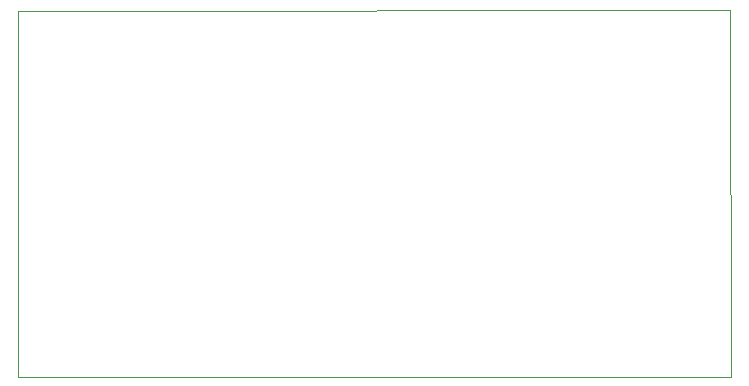
<source format=gbr>
%TF.GenerationSoftware,KiCad,Pcbnew,5.1.7*%
%TF.CreationDate,2020-11-23T16:00:52+01:00*%
%TF.ProjectId,ps2-serial-mouse-adapter,7073322d-7365-4726-9961-6c2d6d6f7573,0.5*%
%TF.SameCoordinates,Original*%
%TF.FileFunction,Profile,NP*%
%FSLAX46Y46*%
G04 Gerber Fmt 4.6, Leading zero omitted, Abs format (unit mm)*
G04 Created by KiCad (PCBNEW 5.1.7) date 2020-11-23 16:00:52*
%MOMM*%
%LPD*%
G01*
G04 APERTURE LIST*
%TA.AperFunction,Profile*%
%ADD10C,0.050000*%
%TD*%
G04 APERTURE END LIST*
D10*
X81280000Y-86169500D02*
X81280000Y-55181500D01*
X141605000Y-86169500D02*
X81280000Y-86169500D01*
X141541500Y-55118000D02*
X141605000Y-86169500D01*
X81280000Y-55181500D02*
X141541500Y-55118000D01*
M02*

</source>
